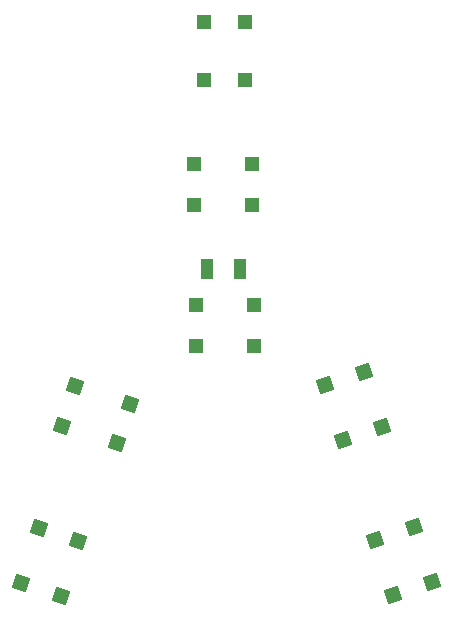
<source format=gtp>
%FSLAX25Y25*%
%MOIN*%
G70*
G01*
G75*
G04 Layer_Color=8421504*
%ADD10R,0.05000X0.08000*%
%ADD11R,0.05906X0.05906*%
%ADD12P,0.08352X4X297.0*%
%ADD13P,0.08352X4X207.0*%
%ADD14R,0.05906X0.05906*%
%ADD15P,0.08352X4X153.0*%
%ADD16C,0.02500*%
%ADD17C,0.16500*%
%ADD18C,0.04000*%
%ADD19R,0.17716X0.12205*%
G04:AMPARAMS|DCode=20|XSize=80mil|YSize=50mil|CornerRadius=0mil|HoleSize=0mil|Usage=FLASHONLY|Rotation=288.000|XOffset=0mil|YOffset=0mil|HoleType=Round|Shape=Rectangle|*
%AMROTATEDRECTD20*
4,1,4,-0.03614,0.03032,0.01142,0.04577,0.03614,-0.03032,-0.01142,-0.04577,-0.03614,0.03032,0.0*
%
%ADD20ROTATEDRECTD20*%

G04:AMPARAMS|DCode=21|XSize=80mil|YSize=50mil|CornerRadius=0mil|HoleSize=0mil|Usage=FLASHONLY|Rotation=252.000|XOffset=0mil|YOffset=0mil|HoleType=Round|Shape=Rectangle|*
%AMROTATEDRECTD21*
4,1,4,-0.01142,0.04577,0.03614,0.03032,0.01142,-0.04577,-0.03614,-0.03032,-0.01142,0.04577,0.0*
%
%ADD21ROTATEDRECTD21*%

%ADD22C,0.01000*%
%ADD23C,0.01200*%
%ADD24R,0.04000X0.07000*%
%ADD25R,0.04906X0.04906*%
%ADD26P,0.06937X4X297.0*%
%ADD27P,0.06937X4X207.0*%
%ADD28R,0.04906X0.04906*%
%ADD29P,0.06937X4X153.0*%
D24*
X585300Y475600D02*
D03*
X574300D02*
D03*
D25*
X570654Y449810D02*
D03*
Y463590D02*
D03*
X589946Y449810D02*
D03*
Y463590D02*
D03*
X589146Y510590D02*
D03*
Y496810D02*
D03*
X569854Y510590D02*
D03*
Y496810D02*
D03*
D26*
X518328Y389303D02*
D03*
X531433Y385045D02*
D03*
X512367Y370955D02*
D03*
X525472Y366697D02*
D03*
D27*
X548603Y430572D02*
D03*
X544345Y417467D02*
D03*
X530256Y436533D02*
D03*
X525997Y423428D02*
D03*
D28*
X587090Y538554D02*
D03*
X573310D02*
D03*
X587090Y557846D02*
D03*
X573310D02*
D03*
D29*
X632633Y422856D02*
D03*
X619528Y418597D02*
D03*
X626672Y441203D02*
D03*
X630267Y385244D02*
D03*
X643372Y389503D02*
D03*
X636228Y366897D02*
D03*
X649333Y371156D02*
D03*
X613567Y436944D02*
D03*
M02*

</source>
